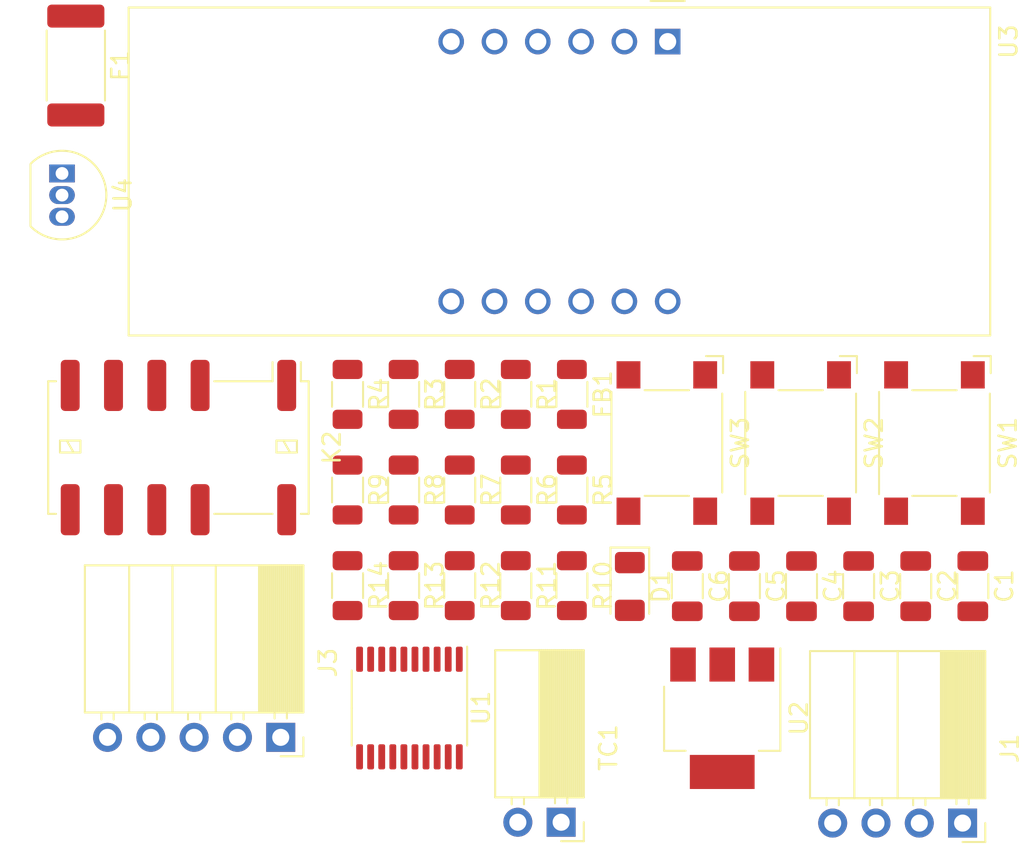
<source format=kicad_pcb>
(kicad_pcb (version 20221018) (generator pcbnew)
  (layers (0 "F.Cu" signal) (31 "B.Cu" signal) (34 "B.Paste" user) (35 "F.Paste" user) (36 "B.SilkS" user "B.Silkscreen") (37 "F.SilkS" user "F.Silkscreen") (38 "B.Mask" user) (39 "F.Mask" user) (44 "Edge.Cuts" user))
  (net 0 "")
  (net 1 "Net-(U2-VI)")
  (net 2 "GND")
  (net 3 "+3.3V")
  (net 4 "NRST")
  (net 5 "Net-(D1-A)")
  (net 6 "VCC")
  (net 7 "Net-(F1-Pad2)")
  (net 8 "SWIM")
  (net 9 "/SW1")
  (net 10 "/RX")
  (net 12 "/VAC")
  (net 13 "VAC+")
  (net 15 "DQ")
  (net 16 "Net-(R3-Pad2)")
  (net 17 "Net-(R4-Pad2)")
  (net 18 "Net-(R5-Pad1)")
  (net 19 "Net-(R6-Pad1)")
  (net 20 "A")
  (net 21 "a")
  (net 22 "B")
  (net 23 "b")
  (net 24 "C")
  (net 25 "c")
  (net 26 "D")
  (net 27 "d")
  (net 28 "E")
  (net 29 "e")
  (net 30 "F")
  (net 31 "f")
  (net 32 "G")
  (net 33 "g")
  (net 34 "DOT")
  (net 35 "dot")
  (net 36 "VAC-")
  (net 37 "PB_UP")
  (net 38 "PB_DOWN")
  (net 39 "S1")
  (net 40 "S2")
  (net 41 "S3")
  (net 42 "s3")
  (net 43 "s2")
  (net 44 "s1")
  (footprint "Resistor_SMD:R_1206_3216Metric" (layer "F.Cu") (at 80.54 60.81 -90)
    (fp_text reference "R1" (at 0 -1.82 90) (layer "F.SilkS"))
    (fp_text value "1K0")
    (fp_line (start -0.727064 -0.91) (end 0.727064 -0.91) (stroke (width 0.12)) (layer "F.SilkS"))
    (fp_line (start -0.727064 0.91) (end 0.727064 0.91) (stroke (width 0.12)) (layer "F.SilkS"))
    (pad "1" smd roundrect (at -1.4625 0 270) (size 1.125 1.75) (layers "F.Cu" "F.Paste" "F.Mask") (roundrect_rratio 0.222222) (net 5 "Net-(D1-A)"))
    (pad "2" smd roundrect (at 1.4625 0 270) (size 1.125 1.75) (layers "F.Cu" "F.Paste" "F.Mask") (roundrect_rratio 0.222222) (net 3 "+3.3V"))
  )
  (footprint "Resistor_SMD:R_1206_3216Metric" (layer "F.Cu") (at 70.67 72.03 -90)
    (fp_text reference "R14" (at 0 -1.82 90) (layer "F.SilkS"))
    (fp_text value "1k0")
    (fp_line (start -0.727064 -0.91) (end 0.727064 -0.91) (stroke (width 0.12)) (layer "F.SilkS"))
    (fp_line (start -0.727064 0.91) (end 0.727064 0.91) (stroke (width 0.12)) (layer "F.SilkS"))
    (pad "1" smd roundrect (at -1.4625 0 270) (size 1.125 1.75) (layers "F.Cu" "F.Paste" "F.Mask") (roundrect_rratio 0.222222) (net 34 "DOT"))
    (pad "2" smd roundrect (at 1.4625 0 270) (size 1.125 1.75) (layers "F.Cu" "F.Paste" "F.Mask") (roundrect_rratio 0.222222) (net 35 "dot"))
  )
  (footprint "Display_7Segment:CA56-12SRWA" (layer "F.Cu") (at 89.45 40.115 -90)
    (fp_text reference "U3" (at 0 -20 90) (layer "F.SilkS"))
    (fp_text value "CA56-12SRWA")
    (fp_line (start -2.38 -1) (end -2.38 1) (stroke (width 0.12)) (layer "F.SilkS"))
    (fp_line (start -2 -18.92) (end -2 31.62) (stroke (width 0.12)) (layer "F.SilkS"))
    (fp_line (start -2 -18.92) (end 17.24 -18.92) (stroke (width 0.12)) (layer "F.SilkS"))
    (fp_line (start -2 31.62) (end 17.24 31.62) (stroke (width 0.12)) (layer "F.SilkS"))
    (fp_line (start 17.24 31.62) (end 17.24 -18.92) (stroke (width 0.12)) (layer "F.SilkS"))
    (pad "1" thru_hole rect (at 0 0 270) (size 1.5 1.5) (drill 1) (layers "*.Cu" "*.Mask") (net 29 "e"))
    (pad "2" thru_hole circle (at 0 2.54 270) (size 1.5 1.5) (drill 1) (layers "*.Cu" "*.Mask") (net 27 "d"))
    (pad "3" thru_hole circle (at 0 5.08 270) (size 1.5 1.5) (drill 1) (layers "*.Cu" "*.Mask") (net 35 "dot"))
    (pad "4" thru_hole circle (at 0 7.62 270) (size 1.5 1.5) (drill 1) (layers "*.Cu" "*.Mask") (net 25 "c"))
    (pad "5" thru_hole circle (at 0 10.16 270) (size 1.5 1.5) (drill 1) (layers "*.Cu" "*.Mask") (net 33 "g"))
    (pad "6" thru_hole circle (at 0 12.7 270) (size 1.5 1.5) (drill 1) (layers "*.Cu" "*.Mask") (net 42 "s3"))
    (pad "7" thru_hole circle (at 15.24 12.7 270) (size 1.5 1.5) (drill 1) (layers "*.Cu" "*.Mask") (net 23 "b"))
    (pad "8" thru_hole circle (at 15.24 10.16 270) (size 1.5 1.5) (drill 1) (layers "*.Cu" "*.Mask") (net 43 "s2"))
    (pad "9" thru_hole circle (at 15.24 7.62 270) (size 1.5 1.5) (drill 1) (layers "*.Cu" "*.Mask") (net 44 "s1"))
    (pad "10" thru_hole circle (at 15.24 5.08 270) (size 1.5 1.5) (drill 1) (layers "*.Cu" "*.Mask") (net 31 "f"))
    (pad "11" thru_hole circle (at 15.24 2.54 270) (size 1.5 1.5) (drill 1) (layers "*.Cu" "*.Mask") (net 21 "a"))
    (pad "12" thru_hole circle (at 15.24 0 270) (size 1.5 1.5) (drill 1) (layers "*.Cu" "*.Mask"))
  )
  (footprint "Resistor_SMD:R_1206_3216Metric" (layer "F.Cu") (at 83.83 66.42 -90)
    (fp_text reference "R5" (at 0 -1.82 90) (layer "F.SilkS"))
    (fp_text value "10k0")
    (fp_line (start -0.727064 -0.91) (end 0.727064 -0.91) (stroke (width 0.12)) (layer "F.SilkS"))
    (fp_line (start -0.727064 0.91) (end 0.727064 0.91) (stroke (width 0.12)) (layer "F.SilkS"))
    (pad "1" smd roundrect (at -1.4625 0 270) (size 1.125 1.75) (layers "F.Cu" "F.Paste" "F.Mask") (roundrect_rratio 0.222222) (net 18 "Net-(R5-Pad1)"))
    (pad "2" smd roundrect (at 1.4625 0 270) (size 1.125 1.75) (layers "F.Cu" "F.Paste" "F.Mask") (roundrect_rratio 0.222222) (net 3 "+3.3V"))
  )
  (footprint "Package_TO_SOT_THT:TO-92_Inline" (layer "F.Cu") (at 53.92 47.85 -90)
    (fp_text reference "U4" (at 1.27 -3.56 90) (layer "F.SilkS"))
    (fp_text value "DS18B20")
    (fp_line (start -0.53 1.85) (end 3.07 1.85) (stroke (width 0.12)) (layer "F.SilkS"))
    (fp_arc (start -0.568478 1.838478) (mid -1.132087 -0.994977) (end 1.27 -2.6) (stroke (width 0.12)) (layer "F.SilkS"))
    (fp_arc (start 1.27 -2.6) (mid 3.672087 -0.994977) (end 3.108478 1.838478) (stroke (width 0.12)) (layer "F.SilkS"))
    (pad "1" thru_hole rect (at 0 0 270) (size 1.05 1.5) (drill 0.75) (layers "*.Cu" "*.Mask") (net 2 "GND"))
    (pad "2" thru_hole oval (at 1.27 0 270) (size 1.05 1.5) (drill 0.75) (layers "*.Cu" "*.Mask") (net 15 "DQ"))
    (pad "3" thru_hole oval (at 2.54 0 270) (size 1.05 1.5) (drill 0.75) (layers "*.Cu" "*.Mask") (net 6 "VCC"))
  )
  (footprint "Capacitor_SMD:C_1206_3216Metric" (layer "F.Cu") (at 97.3 72.06 -90)
    (fp_text reference "C4" (at 0 -1.85 90) (layer "F.SilkS"))
    (fp_text value "10nF")
    (fp_line (start -0.711252 -0.91) (end 0.711252 -0.91) (stroke (width 0.12)) (layer "F.SilkS"))
    (fp_line (start -0.711252 0.91) (end 0.711252 0.91) (stroke (width 0.12)) (layer "F.SilkS"))
    (pad "1" smd roundrect (at -1.475 0 270) (size 1.15 1.8) (layers "F.Cu" "F.Paste" "F.Mask") (roundrect_rratio 0.217391) (net 3 "+3.3V"))
    (pad "2" smd roundrect (at 1.475 0 270) (size 1.15 1.8) (layers "F.Cu" "F.Paste" "F.Mask") (roundrect_rratio 0.217391) (net 2 "GND"))
  )
  (footprint "Resistor_SMD:R_1206_3216Metric" (layer "F.Cu") (at 80.54 66.42 -90)
    (fp_text reference "R6" (at 0 -1.82 90) (layer "F.SilkS"))
    (fp_text value "1K0")
    (fp_line (start -0.727064 -0.91) (end 0.727064 -0.91) (stroke (width 0.12)) (layer "F.SilkS"))
    (fp_line (start -0.727064 0.91) (end 0.727064 0.91) (stroke (width 0.12)) (layer "F.SilkS"))
    (pad "1" smd roundrect (at -1.4625 0 270) (size 1.125 1.75) (layers "F.Cu" "F.Paste" "F.Mask") (roundrect_rratio 0.222222) (net 19 "Net-(R6-Pad1)"))
    (pad "2" smd roundrect (at 1.4625 0 270) (size 1.125 1.75) (layers "F.Cu" "F.Paste" "F.Mask") (roundrect_rratio 0.222222) (net 4 "NRST"))
  )
  (footprint "Resistor_SMD:R_1206_3216Metric" (layer "F.Cu") (at 83.83 60.81 -90)
    (fp_text reference "FB1" (at 0 -1.82 90) (layer "F.SilkS"))
    (fp_text value "100")
    (fp_line (start -0.727064 -0.91) (end 0.727064 -0.91) (stroke (width 0.12)) (layer "F.SilkS"))
    (fp_line (start -0.727064 0.91) (end 0.727064 0.91) (stroke (width 0.12)) (layer "F.SilkS"))
    (pad "1" smd roundrect (at -1.4625 0 270) (size 1.125 1.75) (layers "F.Cu" "F.Paste" "F.Mask") (roundrect_rratio 0.222222) (net 7 "Net-(F1-Pad2)"))
    (pad "2" smd roundrect (at 1.4625 0 270) (size 1.125 1.75) (layers "F.Cu" "F.Paste" "F.Mask") (roundrect_rratio 0.222222) (net 1 "Net-(U2-VI)"))
  )
  (footprint "Capacitor_SMD:C_1206_3216Metric" (layer "F.Cu") (at 93.95 72.06 -90)
    (fp_text reference "C5" (at 0 -1.85 90) (layer "F.SilkS"))
    (fp_text value "100nF")
    (fp_line (start -0.711252 -0.91) (end 0.711252 -0.91) (stroke (width 0.12)) (layer "F.SilkS"))
    (fp_line (start -0.711252 0.91) (end 0.711252 0.91) (stroke (width 0.12)) (layer "F.SilkS"))
    (pad "1" smd roundrect (at -1.475 0 270) (size 1.15 1.8) (layers "F.Cu" "F.Paste" "F.Mask") (roundrect_rratio 0.217391) (net 4 "NRST"))
    (pad "2" smd roundrect (at 1.475 0 270) (size 1.15 1.8) (layers "F.Cu" "F.Paste" "F.Mask") (roundrect_rratio 0.217391) (net 2 "GND"))
  )
  (footprint "Fuse:Fuse_2512_6332Metric" (layer "F.Cu") (at 54.73 41.52 -90)
    (fp_text reference "F1" (at 0 -2.62 90) (layer "F.SilkS"))
    (fp_text value "Polyfuse")
    (fp_line (start -2.052064 -1.71) (end 2.052064 -1.71) (stroke (width 0.12)) (layer "F.SilkS"))
    (fp_line (start -2.052064 1.71) (end 2.052064 1.71) (stroke (width 0.12)) (layer "F.SilkS"))
    (pad "1" smd roundrect (at -2.9 0 270) (size 1.35 3.35) (layers "F.Cu" "F.Paste" "F.Mask") (roundrect_rratio 0.185185) (net 6 "VCC"))
    (pad "2" smd roundrect (at 2.9 0 270) (size 1.35 3.35) (layers "F.Cu" "F.Paste" "F.Mask") (roundrect_rratio 0.185185) (net 7 "Net-(F1-Pad2)"))
  )
  (footprint "Resistor_SMD:R_1206_3216Metric" (layer "F.Cu") (at 70.67 66.42 -90)
    (fp_text reference "R9" (at 0 -1.82 90) (layer "F.SilkS"))
    (fp_text value "1k0")
    (fp_line (start -0.727064 -0.91) (end 0.727064 -0.91) (stroke (width 0.12)) (layer "F.SilkS"))
    (fp_line (start -0.727064 0.91) (end 0.727064 0.91) (stroke (width 0.12)) (layer "F.SilkS"))
    (pad "1" smd roundrect (at -1.4625 0 270) (size 1.125 1.75) (layers "F.Cu" "F.Paste" "F.Mask") (roundrect_rratio 0.222222) (net 24 "C"))
    (pad "2" smd roundrect (at 1.4625 0 270) (size 1.125 1.75) (layers "F.Cu" "F.Paste" "F.Mask") (roundrect_rratio 0.222222) (net 25 "c"))
  )
  (footprint "Connector_PinSocket_2.54mm:PinSocket_1x04_P2.54mm_Horizontal" (layer "F.Cu") (at 106.75 85.96 -90)
    (fp_text reference "J1" (at -4.38 -2.77 90) (layer "F.SilkS"))
    (fp_text value "SWIM_P")
    (fp_line (start -10.09 -1.33) (end -10.09 8.95) (stroke (width 0.12)) (layer "F.SilkS"))
    (fp_line (start -10.09 -1.33) (end -1.46 -1.33) (stroke (width 0.12)) (layer "F.SilkS"))
    (fp_line (start -10.09 -1.21) (end -1.46 -1.21) (stroke (width 0.12)) (layer "F.SilkS"))
    (fp_line (start -10.09 -1.091905) (end -1.46 -1.091905) (stroke (width 0.12)) (layer "F.SilkS"))
    (fp_line (start -10.09 -0.97381) (end -1.46 -0.97381) (stroke (width 0.12)) (layer "F.SilkS"))
    (fp_line (start -10.09 -0.855715) (end -1.46 -0.855715) (stroke (width 0.12)) (layer "F.SilkS"))
    (fp_line (start -10.09 -0.73762) (end -1.46 -0.73762) (stroke (width 0.12)) (layer "F.SilkS"))
    (fp_line (start -10.09 -0.619525) (end -1.46 -0.619525) (stroke (width 0.12)) (layer "F.SilkS"))
    (fp_line (start -10.09 -0.50143) (end -1.46 -0.50143) (stroke (width 0.12)) (layer "F.SilkS"))
    (fp_line (start -10.09 -0.383335) (end -1.46 -0.383335) (stroke (width 0.12)) (layer "F.SilkS"))
    (fp_line (start -10.09 -0.26524) (end -1.46 -0.26524) (stroke (width 0.12)) (layer "F.SilkS"))
    (fp_line (start -10.09 -0.147145) (end -1.46 -0.147145) (stroke (width 0.12)) (layer "F.SilkS"))
    (fp_line (start -10.09 -0.02905) (end -1.46 -0.02905) (stroke (width 0.12)) (layer "F.SilkS"))
    (fp_line (start -10.09 0.089045) (end -1.46 0.089045) (stroke (width 0.12)) (layer "F.SilkS"))
    (fp_line (start -10.09 0.20714) (end -1.46 0.20714) (stroke (width 0.12)) (layer "F.SilkS"))
    (fp_line (start -10.09 0.325235) (end -1.46 0.325235) (stroke (width 0.12)) (layer "F.SilkS"))
    (fp_line (start -10.09 0.44333) (end -1.46 0.44333) (stroke (width 0.12)) (layer "F.SilkS"))
    (fp_line (start -10.09 0.561425) (end -1.46 0.561425) (stroke (width 0.12)) (layer "F.SilkS"))
    (fp_line (start -10.09 0.67952) (end -1.46 0.67952) (stroke (width 0.12)) (layer "F.SilkS"))
    (fp_line (start -10.09 0.797615) (end -1.46 0.797615) (stroke (width 0.12)) (layer "F.SilkS"))
    (fp_line (start -10.09 0.91571) (end -1.46 0.91571) (stroke (width 0.12)) (layer "F.SilkS"))
    (fp_line (start -10.09 1.033805) (end -1.46 1.033805) (stroke (width 0.12)) (layer "F.SilkS"))
    (fp_line (start -10.09 1.1519) (end -1.46 1.1519) (stroke (width 0.12)) (layer "F.SilkS"))
    (fp_line (start -10.09 1.27) (end -1.46 1.27) (stroke (width 0.12)) (layer "F.SilkS"))
    (fp_line (start -10.09 3.81) (end -1.46 3.81) (stroke (width 0.12)) (layer "F.SilkS"))
    (fp_line (start -10.09 6.35) (end -1.46 6.35) (stroke (width 0.12)) (layer "F.SilkS"))
    (fp_line (start -10.09 8.95) (end -1.46 8.95) (stroke (width 0.12)) (layer "F.SilkS"))
    (fp_line (start -1.46 -1.33) (end -1.46 8.95) (stroke (width 0.12)) (layer "F.SilkS"))
    (fp_line (start -1.46 -0.36) (end -1.11 -0.36) (stroke (width 0.12)) (layer "F.SilkS"))
    (fp_line (start -1.46 0.36) (end -1.11 0.36) (stroke (width 0.12)) (layer "F.SilkS"))
    (fp_line (start -1.46 2.18) (end -1.05 2.18) (stroke (width 0.12)) (layer "F.SilkS"))
    (fp_line (start -1.46 2.9) (end -1.05 2.9) (stroke (width 0.12)) (layer "F.SilkS"))
    (fp_line (start -1.46 4.72) (end -1.05 4.72) (stroke (width 0.12)) (layer "F.SilkS"))
    (fp_line (start -1.46 5.44) (end -1.05 5.44) (stroke (width 0.12)) (layer "F.SilkS"))
    (fp_line (start -1.46 7.26) (end -1.05 7.26) (stroke (width 0.12)) (layer "F.SilkS"))
    (fp_line (start -1.46 7.98) (end -1.05 7.98) (stroke (width 0.12)) (layer "F.SilkS"))
    (fp_line (start 0 -1.33) (end 1.11 -1.33) (stroke (width 0.12)) (layer "F.SilkS"))
    (fp_line (start 1.11 -1.33) (end 1.11 0) (stroke (width 0.12)) (layer "F.SilkS"))
    (pad "1" thru_hole rect (at 0 0 270) (size 1.7 1.7) (drill 1) (layers "*.Cu" "*.Mask") (net 3 "+3.3V"))
    (pad "2" thru_hole oval (at 0 2.54 270) (size 1.7 1.7) (drill 1) (layers "*.Cu" "*.Mask") (net 8 "SWIM"))
    (pad "3" thru_hole oval (at 0 5.08 270) (size 1.7 1.7) (drill 1) (layers "*.Cu" "*.Mask") (net 4 "NRST"))
    (pad "4" thru_hole oval (at 0 7.62 270) (size 1.7 1.7) (drill 1) (layers "*.Cu" "*.Mask") (net 2 "GND"))
  )
  (footprint "Resistor_SMD:R_1206_3216Metric" (layer "F.Cu") (at 73.96 72.03 -90)
    (fp_text reference "R13" (at 0 -1.82 90) (layer "F.SilkS"))
    (fp_text value "1k0")
    (fp_line (start -0.727064 -0.91) (end 0.727064 -0.91) (stroke (width 0.12)) (layer "F.SilkS"))
    (fp_line (start -0.727064 0.91) (end 0.727064 0.91) (stroke (width 0.12)) (layer "F.SilkS"))
    (pad "1" smd roundrect (at -1.4625 0 270) (size 1.125 1.75) (layers "F.Cu" "F.Paste" "F.Mask") (roundrect_rratio 0.222222) (net 32 "G"))
    (pad "2" smd roundrect (at 1.4625 0 270) (size 1.125 1.75) (layers "F.Cu" "F.Paste" "F.Mask") (roundrect_rratio 0.222222) (net 33 "g"))
  )
  (footprint "Button_Switch_SMD:SW_SPST_Omron_B3FS-100xP" (layer "F.Cu") (at 105.1 63.665 -90)
    (fp_text reference "SW1" (at 0 -4.3 90) (layer "F.SilkS"))
    (fp_text value "RST")
    (fp_line (start -5.1 -3.3) (end -4.1 -3.3) (stroke (width 0.12)) (layer "F.SilkS"))
    (fp_line (start -5.1 -2.3) (end -5.1 -3.3) (stroke (width 0.12)) (layer "F.SilkS"))
    (fp_line (start -3.1 -1.3) (end -3.1 1.3) (stroke (width 0.12)) (layer "F.SilkS"))
    (fp_line (start 2.9 -3.25) (end -2.9 -3.25) (stroke (width 0.12)) (layer "F.SilkS"))
    (fp_line (start 3 3.25) (end -3 3.25) (stroke (width 0.12)) (layer "F.SilkS"))
    (fp_line (start 3.1 -1.3) (end 3.1 1.3) (stroke (width 0.12)) (layer "F.SilkS"))
    (pad "1" smd rect (at -4 -2.25 90) (size 1.6 1.4) (layers "F.Cu" "F.Paste" "F.Mask") (net 18 "Net-(R5-Pad1)"))
    (pad "1" smd rect (at 4 -2.25 90) (size 1.6 1.4) (layers "F.Cu" "F.Paste" "F.Mask") (net 18 "Net-(R5-Pad1)"))
    (pad "2" smd rect (at -4 2.25 90) (size 1.6 1.4) (layers "F.Cu" "F.Paste" "F.Mask") (net 19 "Net-(R6-Pad1)"))
    (pad "2" smd rect (at 4 2.25 90) (size 1.6 1.4) (layers "F.Cu" "F.Paste" "F.Mask") (net 19 "Net-(R6-Pad1)"))
  )
  (footprint "Package_TO_SOT_SMD:SOT-223-3_TabPin2" (layer "F.Cu") (at 92.65 79.81 -90)
    (fp_text reference "U2" (at 0 -4.5 90) (layer "F.SilkS"))
    (fp_text value "AMS1117-3.3")
    (fp_line (start -4.1 -3.41) (end 1.91 -3.41) (stroke (width 0.12)) (layer "F.SilkS"))
    (fp_line (start -1.85 3.41) (end 1.91 3.41) (stroke (width 0.12)) (layer "F.SilkS"))
    (fp_line (start 1.91 -3.41) (end 1.91 -2.15) (stroke (width 0.12)) (layer "F.SilkS"))
    (fp_line (start 1.91 3.41) (end 1.91 2.15) (stroke (width 0.12)) (layer "F.SilkS"))
    (pad "1" smd rect (at -3.15 -2.3 270) (size 2 1.5) (layers "F.Cu" "F.Paste" "F.Mask") (net 2 "GND"))
    (pad "2" smd rect (at -3.15 0 270) (size 2 1.5) (layers "F.Cu" "F.Paste" "F.Mask") (net 3 "+3.3V"))
    (pad "2" smd rect (at 3.15 0 270) (size 2 3.8) (layers "F.Cu" "F.Paste" "F.Mask") (net 3 "+3.3V"))
    (pad "3" smd rect (at -3.15 2.3 270) (size 2 1.5) (layers "F.Cu" "F.Paste" "F.Mask") (net 1 "Net-(U2-VI)"))
  )
  (footprint "Capacitor_SMD:C_1206_3216Metric" (layer "F.Cu") (at 100.65 72.06 -90)
    (fp_text reference "C3" (at 0 -1.85 90) (layer "F.SilkS"))
    (fp_text value "1uF")
    (fp_line (start -0.711252 -0.91) (end 0.711252 -0.91) (stroke (width 0.12)) (layer "F.SilkS"))
    (fp_line (start -0.711252 0.91) (end 0.711252 0.91) (stroke (width 0.12)) (layer "F.SilkS"))
    (pad "1" smd roundrect (at -1.475 0 270) (size 1.15 1.8) (layers "F.Cu" "F.Paste" "F.Mask") (roundrect_rratio 0.217391) (net 3 "+3.3V"))
    (pad "2" smd roundrect (at 1.475 0 270) (size 1.15 1.8) (layers "F.Cu" "F.Paste" "F.Mask") (roundrect_rratio 0.217391) (net 2 "GND"))
  )
  (footprint "Button_Switch_SMD:SW_SPST_Omron_B3FS-100xP" (layer "F.Cu") (at 97.25 63.665 -90)
    (fp_text reference "SW2" (at 0 -4.3 90) (layer "F.SilkS"))
    (fp_text value "UP")
    (fp_line (start -5.1 -3.3) (end -4.1 -3.3) (stroke (width 0.12)) (layer "F.SilkS"))
    (fp_line (start -5.1 -2.3) (end -5.1 -3.3) (stroke (width 0.12)) (layer "F.SilkS"))
    (fp_line (start -3.1 -1.3) (end -3.1 1.3) (stroke (width 0.12)) (layer "F.SilkS"))
    (fp_line (start 2.9 -3.25) (end -2.9 -3.25) (stroke (width 0.12)) (layer "F.SilkS"))
    (fp_line (start 3 3.25) (end -3 3.25) (stroke (width 0.12)) (layer "F.SilkS"))
    (fp_line (start 3.1 -1.3) (end 3.1 1.3) (stroke (width 0.12)) (layer "F.SilkS"))
    (pad "1" smd rect (at -4 -2.25 90) (size 1.6 1.4) (layers "F.Cu" "F.Paste" "F.Mask") (net 3 "+3.3V"))
    (pad "1" smd rect (at 4 -2.25 90) (size 1.6 1.4) (layers "F.Cu" "F.Paste" "F.Mask") (net 3 "+3.3V"))
    (pad "2" smd rect (at -4 2.25 90) (size 1.6 1.4) (layers "F.Cu" "F.Paste" "F.Mask") (net 16 "Net-(R3-Pad2)"))
    (pad "2" smd rect (at 4 2.25 90) (size 1.6 1.4) (layers "F.Cu" "F.Paste" "F.Mask") (net 16 "Net-(R3-Pad2)"))
  )
  (footprint "Resistor_SMD:R_1206_3216Metric" (layer "F.Cu") (at 77.25 72.03 -90)
    (fp_text reference "R12" (at 0 -1.82 90) (layer "F.SilkS"))
    (fp_text value "1k0")
    (fp_line (start -0.727064 -0.91) (end 0.727064 -0.91) (stroke (width 0.12)) (layer "F.SilkS"))
    (fp_line (start -0.727064 0.91) (end 0.727064 0.91) (stroke (width 0.12)) (layer "F.SilkS"))
    (pad "1" smd roundrect (at -1.4625 0 270) (size 1.125 1.75) (layers "F.Cu" "F.Paste" "F.Mask") (roundrect_rratio 0.222222) (net 30 "F"))
    (pad "2" smd roundrect (at 1.4625 0 270) (size 1.125 1.75) (layers "F.Cu" "F.Paste" "F.Mask") (roundrect_rratio 0.222222) (net 31 "f"))
  )
  (footprint "Relay_SMD:Relay_DPDT_Kemet_EE2_NU_DoubleCoil" (layer "F.Cu") (at 60.75 63.93 -90)
    (fp_text reference "K2" (at 0 -9 90) (layer "F.SilkS"))
    (fp_text value "EE2-3TNU")
    (fp_line (start -3.89 -7.64) (end -3.89 -7.18) (stroke (width 0.12)) (layer "F.SilkS"))
    (fp_line (start -3.89 -7.18) (end -5.01 -7.18) (stroke (width 0.12)) (layer "F.SilkS"))
    (fp_line (start -3.89 -5.52) (end -5.01 -5.52) (stroke (width 0.12)) (layer "F.SilkS"))
    (fp_line (start -3.89 -5.52) (end -3.89 -2.1) (stroke (width 0.12)) (layer "F.SilkS"))
    (fp_line (start -3.89 7.18) (end -3.89 7.64) (stroke (width 0.12)) (layer "F.SilkS"))
    (fp_line (start -0.41 -6.95) (end -0.41 -5.75) (stroke (width 0.12)) (layer "F.SilkS"))
    (fp_line (start -0.41 -6.15) (end 0.29 -6.55) (stroke (width 0.12)) (layer "F.SilkS"))
    (fp_line (start -0.41 -5.75) (end 0.29 -5.75) (stroke (width 0.12)) (layer "F.SilkS"))
    (fp_line (start -0.41 5.75) (end -0.41 6.95) (stroke (width 0.12)) (layer "F.SilkS"))
    (fp_line (start -0.41 6.55) (end 0.29 6.15) (stroke (width 0.12)) (layer "F.SilkS"))
    (fp_line (start -0.41 6.95) (end 0.29 6.95) (stroke (width 0.12)) (layer "F.SilkS"))
    (fp_line (start 0.29 -6.95) (end -0.41 -6.95) (stroke (width 0.12)) (layer "F.SilkS"))
    (fp_line (start 0.29 -5.75) (end 0.29 -6.95) (stroke (width 0.12)) (layer "F.SilkS"))
    (fp_line (start 0.29 5.75) (end -0.41 5.75) (stroke (width 0.12)) (layer "F.SilkS"))
    (fp_line (start 0.29 6.95) (end 0.29 5.75) (stroke (width 0.12)) (layer "F.SilkS"))
    (fp_line (start 3.89 -7.64) (end -3.89 -7.64) (stroke (width 0.12)) (layer "F.SilkS"))
    (fp_line (start 3.89 -7.64) (end 3.89 -7.18) (stroke (width 0.12)) (layer "F.SilkS"))
    (fp_line (start 3.89 -5.52) (end 3.89 -2.1) (stroke (width 0.12)) (layer "F.SilkS"))
    (fp_line (start 3.89 7.18) (end 3.89 7.64) (stroke (width 0.12)) (layer "F.SilkS"))
    (fp_line (start 3.89 7.64) (end -3.89 7.64) (stroke (width 0.12)) (layer "F.SilkS"))
    (pad "1" smd roundrect (at -3.645 -6.35 180) (size 1.11 3) (layers "F.Cu" "F.Paste" "F.Mask") (roundrect_rratio 0.225) (net 6 "VCC"))
    (pad "3" smd roundrect (at -3.645 -1.27 180) (size 1.11 3) (layers "F.Cu" "F.Paste" "F.Mask") (roundrect_rratio 0.225))
    (pad "4" smd roundrect (at -3.645 1.27 180) (size 1.11 3) (layers "F.Cu" "F.Paste" "F.Mask") (roundrect_rratio 0.225) (net 12 "/VAC"))
    (pad "5" smd roundrect (at -3.645 3.81 180) (size 1.11 3) (layers "F.Cu" "F.Paste" "F.Mask") (roundrect_rratio 0.225) (net 13 "VAC+"))
    (pad "6" smd roundrect (at -3.645 6.35 180) (size 1.11 3) (layers "F.Cu" "F.Paste" "F.Mask") (roundrect_rratio 0.225) (net 6 "VCC"))
    (pad "7" smd roundrect (at 3.645 6.35 180) (size 1.11 3) (layers "F.Cu" "F.Paste" "F.Mask") (roundrect_rratio 0.225) (net 9 "/SW1"))
    (pad "8" smd roundrect (at 3.645 3.81 180) (size 1.11 3) (layers "F.Cu" "F.Paste" "F.Mask") (roundrect_rratio 0.225) (net 13 "VAC+"))
    (pad "9" smd roundrect (at 3.645 1.27 180) (size 1.11 3) (layers "F.Cu" "F.Paste" "F.Mask") (roundrect_rratio 0.225) (net 12 "/VAC"))
    (pad "10" smd roundrect (at 3.645 -1.27 180) (size 1.11 3) (layers "F.Cu" "F.Paste" "F.Mask") (roundrect_rratio 0.225))
    (pad "12" smd roundrect (at 3.645 -6.35 180) (size 1.11 3) (layers "F.Cu" "F.Paste" "F.Mask") (roundrect_rratio 0.225) (net 10 "/RX"))
  )
  (footprint "Resistor_SMD:R_1206_3216Metric" (layer "F.Cu") (at 73.96 60.81 -90)
    (fp_text reference "R3" (at 0 -1.82 90) (layer "F.SilkS"))
    (fp_text value "1k0")
    (fp_line (start -0.727064 -0.91) (end 0.727064 -0.91) (stroke (width 0.12)) (layer "F.SilkS"))
    (fp_line (start -0.727064 0.91) (end 0.727064 0.91) (stroke (width 0.12)) (layer "F.SilkS"))
    (pad "1" smd roundrect (at -1.4625 0 270) (size 1.125 1.75) (layers "F.Cu" "F.Paste" "F.Mask") (roundrect_rratio 0.222222) (net 2 "GND"))
    (pad "2" smd roundrect (at 1.4625 0 270) (size 1.125 1.75) (layers "F.Cu" "F.Paste" "F.Mask") (roundrect_rratio 0.222222) (net 16 "Net-(R3-Pad2)"))
  )
  (footprint "Resistor_SMD:R_1206_3216Metric" (layer "F.Cu") (at 83.83 72.03 -90)
    (fp_text reference "R10" (at 0 -1.82 90) (layer "F.SilkS"))
    (fp_text value "1k0")
    (fp_line (start -0.727064 -0.91) (end 0.727064 -0.91) (stroke (width 0.12)) (layer "F.SilkS"))
    (fp_line (start -0.727064 0.91) (end 0.727064 0.91) (stroke (width 0.12)) (layer "F.SilkS"))
    (pad "1" smd roundrect (at -1.4625 0 270) (size 1.125 1.75) (layers "F.Cu" "F.Paste" "F.Mask") (roundrect_rratio 0.222222) (net 26 "D"))
    (pad "2" smd roundrect (at 1.4625 0 270) (size 1.125 1.75) (layers "F.Cu" "F.Paste" "F.Mask") (roundrect_rratio 0.222222) (net 27 "d"))
  )
  (footprint "Resistor_SMD:R_1206_3216Metric" (layer "F.Cu") (at 73.96 66.42 -90)
    (fp_text reference "R8" (at 0 -1.82 90) (layer "F.SilkS"))
    (fp_text value "1k0")
    (fp_line (start -0.727064 -0.91) (end 0.727064 -0.91) (stroke (width 0.12)) (layer "F.SilkS"))
    (fp_line (start -0.727064 0.91) (end 0.727064 0.91) (stroke (width 0.12)) (layer "F.SilkS"))
    (pad "1" smd roundrect (at -1.4625 0 270) (size 1.125 1.75) (layers "F.Cu" "F.Paste" "F.Mask") (roundrect_rratio 0.222222) (net 22 "B"))
    (pad "2" smd roundrect (at 1.4625 0 270) (size 1.125 1.75) (layers "F.Cu" "F.Paste" "F.Mask") (roundrect_rratio 0.222222) (net 23 "b"))
  )
  (footprint "Capacitor_SMD:C_1206_3216Metric" (layer "F.Cu") (at 104 72.06 -90)
    (fp_text reference "C2" (at 0 -1.85 90) (layer "F.SilkS"))
    (fp_text value "10uF")
    (fp_line (start -0.711252 -0.91) (end 0.711252 -0.91) (stroke (width 0.12)) (layer "F.SilkS"))
    (fp_line (start -0.711252 0.91) (end 0.711252 0.91) (stroke (width 0.12)) (layer "F.SilkS"))
    (pad "1" smd roundrect (at -1.475 0 270) (size 1.15 1.8) (layers "F.Cu" "F.Paste" "F.Mask") (roundrect_rratio 0.217391) (net 3 "+3.3V"))
    (pad "2" smd roundrect (at 1.475 0 270) (size 1.15 1.8) (layers "F.Cu" "F.Paste" "F.Mask") (roundrect_rratio 0.217391) (net 2 "GND"))
  )
  (footprint "Connector_PinSocket_2.54mm:PinSocket_1x02_P2.54mm_Horizontal" (layer "F.Cu") (at 83.2 85.91 -90)
    (fp_text reference "TC1" (at -4.38 -2.77 90) (layer "F.SilkS"))
    (fp_text value "Thermocouple")
    (fp_line (start -10.09 -1.33) (end -10.09 3.87) (stroke (width 0.12)) (layer "F.SilkS"))
    (fp_line (start -10.09 -1.33) (end -1.46 -1.33) (stroke (width 0.12)) (layer "F.SilkS"))
    (fp_line (start -10.09 -1.21) (end -1.46 -1.21) (stroke (width 0.12)) (layer "F.SilkS"))
    (fp_line (start -10.09 -1.091905) (end -1.46 -1.091905) (stroke (width 0.12)) (layer "F.SilkS"))
    (fp_line (start -10.09 -0.97381) (end -1.46 -0.97381) (stroke (width 0.12)) (layer "F.SilkS"))
    (fp_line (start -10.09 -0.855715) (end -1.46 -0.855715) (stroke (width 0.12)) (layer "F.SilkS"))
    (fp_line (start -10.09 -0.73762) (end -1.46 -0.73762) (stroke (width 0.12)) (layer "F.SilkS"))
    (fp_line (start -10.09 -0.619525) (end -1.46 -0.619525) (stroke (width 0.12)) (layer "F.SilkS"))
    (fp_line (start -10.09 -0.50143) (end -1.46 -0.50143) (stroke (width 0.12)) (layer "F.SilkS"))
    (fp_line (start -10.09 -0.383335) (end -1.46 -0.383335) (stroke (width 0.12)) (layer "F.SilkS"))
    (fp_line (start -10.09 -0.26524) (end -1.46 -0.26524) (stroke (width 0.12)) (layer "F.SilkS"))
    (fp_line (start -10.09 -0.147145) (end -1.46 -0.147145) (stroke (width 0.12)) (layer "F.SilkS"))
    (fp_line (start -10.09 -0.02905) (end -1.46 -0.02905) (stroke (width 0.12)) (layer "F.SilkS"))
    (fp_line (start -10.09 0.089045) (end -1.46 0.089045) (stroke (width 0.12)) (layer "F.SilkS"))
    (fp_line (start -10.09 0.20714) (end -1.46 0.20714) (stroke (width 0.12)) (layer "F.SilkS"))
    (fp_line (start -10.09 0.325235) (end -1.46 0.325235) (stroke (width 0.12)) (layer "F.SilkS"))
    (fp_line (start -10.09 0.44333) (end -1.46 0.44333) (stroke (width 0.12)) (layer "F.SilkS"))
    (fp_line (start -10.09 0.561425) (end -1.46 0.561425) (stroke (width 0.12)) (layer "F.SilkS"))
    (fp_line (start -10.09 0.67952) (end -1.46 0.67952) (stroke (width 0.12)) (layer "F.SilkS"))
    (fp_line (start -10.09 0.797615) (end -1.46 0.797615) (stroke (width 0.12)) (layer "F.SilkS"))
    (fp_line (start -10.09 0.91571) (end -1.46 0.91571) (stroke (width 0.12)) (layer "F.SilkS"))
    (fp_line (start -10.09 1.033805) (end -1.46 1.033805) (stroke (width 0.12)) (layer "F.SilkS"))
    (fp_line (start -10.09 1.1519) (end -1.46 1.1519) (stroke (width 0.12)) (layer "F.SilkS"))
    (fp_line (start -10.09 1.27) (end -1.46 1.27) (stroke (width 0.12)) (layer "F.SilkS"))
    (fp_line (start -10.09 3.87) (end -1.46 3.87) (stroke (width 0.12)) (layer "F.SilkS"))
    (fp_line (start -1.46 -1.33) (end -1.46 3.87) (stroke (width 0.12)) (layer "F.SilkS"))
    (fp_line (start -1.46 -0.36) (end -1.11 -0.36) (stroke (width 0.12)) (layer "F.SilkS"))
    (fp_line (start -1.46 0.36) (end -1.11 0.36) (stroke (width 0.12)) (layer "F.SilkS"))
    (fp_line (start -1.46 2.18) (end -1.05 2.18) (stroke (width 0.12)) (layer "F.SilkS"))
    (fp_line (start -1.46 2.9) (end -1.05 2.9) (stroke (width 0.12)) (layer "F.SilkS"))
    (fp_line (start 0 -1.33) (end 1.11 -1.33) (stroke (width 0.12)) (layer "F.SilkS"))
    (fp_line (start 1.11 -1.33) (end 1.11 0) (stroke (width 0.12)) (layer "F.SilkS"))
    (pad "1" thru_hole rect (at 0 0 270) (size 1.7 1.7) (drill 1) (layers "*.Cu" "*.Mask") (net 13 "VAC+"))
    (pad "2" thru_hole oval (at 0 2.54 270) (size 1.7 1.7) (drill 1) (layers "*.Cu" "*.Mask") (net 36 "VAC-"))
  )
  (footprint "LED_SMD:LED_1206_3216Metric" (layer "F.Cu") (at 87.23 72.08 -90)
    (fp_text reference "D1" (at 0 -1.82 90) (layer "F.SilkS"))
    (fp_text value "RED")
    (fp_line (start -2.285 -1.135) (end -2.285 1.135) (stroke (width 0.12)) (layer "F.SilkS"))
    (fp_line (start -2.285 1.135) (end 1.6 1.135) (stroke (width 0.12)) (layer "F.SilkS"))
    (fp_line (start 1.6 -1.135) (end -2.285 -1.135) (stroke (width 0.12)) (layer "F.SilkS"))
    (pad "1" smd roundrect (at -1.4 0 270) (size 1.25 1.75) (layers "F.Cu" "F.Paste" "F.Mask") (roundrect_rratio 0.2) (net 2 "GND"))
    (pad "2" smd roundrect (at 1.4 0 270) (size 1.25 1.75) (layers "F.Cu" "F.Paste" "F.Mask") (roundrect_rratio 0.2) (net 5 "Net-(D1-A)"))
  )
  (footprint "Resistor_SMD:R_1206_3216Metric" (layer "F.Cu") (at 77.25 60.81 -90)
    (fp_text reference "R2" (at 0 -1.82 90) (layer "F.SilkS"))
    (fp_text value "1k2")
    (fp_line (start -0.727064 -0.91) (end 0.727064 -0.91) (stroke (width 0.12)) (layer "F.SilkS"))
    (fp_line (start -0.727064 0.91) (end 0.727064 0.91) (stroke (width 0.12)) (layer "F.SilkS"))
    (pad "1" smd roundrect (at -1.4625 0 270) (size 1.125 1.75) (layers "F.Cu" "F.Paste" "F.Mask") (roundrect_rratio 0.222222) (net 6 "VCC"))
    (pad "2" smd roundrect (at 1.4625 0 270) (size 1.125 1.75) (layers "F.Cu" "F.Paste" "F.Mask") (roundrect_rratio 0.222222) (net 15 "DQ"))
  )
  (footprint "Resistor_SMD:R_1206_3216Metric" (layer "F.Cu") (at 70.67 60.81 -90)
    (fp_text reference "R4" (at 0 -1.82 90) (layer "F.SilkS"))
    (fp_text value "1k0")
    (fp_line (start -0.727064 -0.91) (end 0.727064 -0.91) (stroke (width 0.12)) (layer "F.SilkS"))
    (fp_line (start -0.727064 0.91) (end 0.727064 0.91) (stroke (width 0.12)) (layer "F.SilkS"))
    (pad "1" smd roundrect (at -1.4625 0 270) (size 1.125 1.75) (layers "F.Cu" "F.Paste" "F.Mask") (roundrect_rratio 0.222222) (net 2 "GND"))
    (pad "2" smd roundrect (at 1.4625 0 270) (size 1.125 1.75) (layers "F.Cu" "F.Paste" "F.Mask") (roundrect_rratio 0.222222) (net 17 "Net-(R4-Pad2)"))
  )
  (footprint "Button_Switch_SMD:SW_SPST_Omron_B3FS-100xP" (layer "F.Cu") (at 89.4 63.665 -90)
    (fp_text reference "SW3" (at 0 -4.3 90) (layer "F.SilkS"))
    (fp_text value "DOWN")
    (fp_line (start -5.1 -3.3) (end -4.1 -3.3) (stroke (width 0.12)) (layer "F.SilkS"))
    (fp_line (start -5.1 -2.3) (end -5.1 -3.3) (stroke (width 0.12)) (layer "F.SilkS"))
    (fp_line (start -3.1 -1.3) (end -3.1 1.3) (stroke (width 0.12)) (layer "F.SilkS"))
    (fp_line (start 2.9 -3.25) (end -2.9 -3.25) (stroke (width 0.12)) (layer "F.SilkS"))
    (fp_line (start 3 3.25) (end -3 3.25) (stroke (width 0.12)) (layer "F.SilkS"))
    (fp_line (start 3.1 -1.3) (end 3.1 1.3) (stroke (width 0.12)) (layer "F.SilkS"))
    (pad "1" smd rect (at -4 -2.25 90) (size 1.6 1.4) (layers "F.Cu" "F.Paste" "F.Mask") (net 3 "+3.3V"))
    (pad "1" smd rect (at 4 -2.25 90) (size 1.6 1.4) (layers "F.Cu" "F.Paste" "F.Mask") (net 3 "+3.3V"))
    (pad "2" smd rect (at -4 2.25 90) (size 1.6 1.4) (layers "F.Cu" "F.Paste" "F.Mask") (net 17 "Net-(R4-Pad2)"))
    (pad "2" smd rect (at 4 2.25 90) (size 1.6 1.4) (layers "F.Cu" "F.Paste" "F.Mask") (net 17 "Net-(R4-Pad2)"))
  )
  (footprint "Capacitor_SMD:C_1206_3216Metric" (layer "F.Cu") (at 107.35 72.06 -90)
    (fp_text reference "C1" (at 0 -1.85 90) (layer "F.SilkS"))
    (fp_text value "10uF")
    (fp_line (start -0.711252 -0.91) (end 0.711252 -0.91) (stroke (width 0.12)) (layer "F.SilkS"))
    (fp_line (start -0.711252 0.91) (end 0.711252 0.91) (stroke (width 0.12)) (layer "F.SilkS"))
    (pad "1" smd roundrect (at -1.475 0 270) (size 1.15 1.8) (layers "F.Cu" "F.Paste" "F.Mask") (roundrect_rratio 0.217391) (net 1 "Net-(U2-VI)"))
    (pad "2" smd roundrect (at 1.475 0 270) (size 1.15 1.8) (layers "F.Cu" "F.Paste" "F.Mask") (roundrect_rratio 0.217391) (net 2 "GND"))
  )
  (footprint "Capacitor_SMD:C_1206_3216Metric" (layer "F.Cu") (at 90.6 72.06 -90)
    (fp_text reference "C6" (at 0 -1.85 90) (layer "F.SilkS"))
    (fp_text value "100nF")
    (fp_line (start -0.711252 -0.91) (end 0.711252 -0.91) (stroke (width 0.12)) (layer "F.SilkS"))
    (fp_line (start -0.711252 0.91) (end 0.711252 0.91) (stroke (width 0.12)) (layer "F.SilkS"))
    (pad "1" smd roundrect (at -1.475 0 270) (size 1.15 1.8) (layers "F.Cu" "F.Paste" "F.Mask") (roundrect_rratio 0.217391) (net 3 "+3.3V"))
    (pad "2" smd roundrect (at 1.475 0 270) (size 1.15 1.8) (layers "F.Cu" "F.Paste" "F.Mask") (roundrect_rratio 0.217391) (net 2 "GND"))
  )
  (footprint "Package_SO:TSSOP-20_4.4x6.5mm_P0.65mm" (layer "F.Cu") (at 74.3 79.21 -90)
    (fp_text reference "U1" (at 0 -4.2 90) (layer "F.SilkS"))
    (fp_text value "STM8L051F3P")
    (fp_line (start 0 -3.385) (end -3.6 -3.385) (stroke (width 0.12)) (layer "F.SilkS"))
    (fp_line (start 0 -3.385) (end 2.2 -3.385) (stroke (width 0.12)) (layer "F.SilkS"))
    (fp_line (start 0 3.385) (end -2.2 3.385) (stroke (width 0.12)) (layer "F.SilkS"))
    (fp_line (start 0 3.385) (end 2.2 3.385) (stroke (width 0.12)) (layer "F.SilkS"))
    (pad "1" smd roundrect (at -2.8625 -2.925 270) (size 1.475 0.4) (layers "F.Cu" "F.Paste" "F.Mask") (net 37 "PB_UP"))
    (pad "2" smd roundrect (at -2.8625 -2.275 270) (size 1.475 0.4) (layers "F.Cu" "F.Paste" "F.Mask") (net 38 "PB_DOWN"))
    (pad "3" smd roundrect (at -2.8625 -1.625 270) (size 1.475 0.4) (layers "F.Cu" "F.Paste" "F.Mask") (net 8 "SWIM"))
    (pad "4" smd roundrect (at -2.8625 -0.975 270) (size 1.475 0.4) (layers "F.Cu" "F.Paste" "F.Mask") (net 4 "NRST"))
    (pad "5" smd roundrect (at -2.8625 -0.325 270) (size 1.475 0.4) (layers "F.Cu" "F.Paste" "F.Mask") (net 9 "/SW1"))
    (pad "6" smd roundrect (at -2.8625 0.325 270) (size 1.475 0.4) (layers "F.Cu" "F.Paste" "F.Mask") (net 10 "/RX"))
    (pad "7" smd roundrect (at -2.8625 0.975 270) (size 1.475 0.4) (layers "F.Cu" "F.Paste" "F.Mask") (net 2 "GND"))
    (pad "8" smd roundrect (at -2.8625 1.625 270) (size 1.475 0.4) (layers "F.Cu" "F.Paste" "F.Mask") (net 3 "+3.3V"))
    (pad "9" smd roundrect (at -2.8625 2.275 270) (size 1.475 0.4) (layers "F.Cu" "F.Paste" "F.Mask") (net 15 "DQ"))
    (pad "10" smd roundrect (at -2.8625 2.925 270) (size 1.475 0.4) (layers "F.Cu" "F.Paste" "F.Mask") (net 20 "A"))
    (pad "11" smd roundrect (at 2.8625 2.925 270) (size 1.475 0.4) (layers "F.Cu" "F.Paste" "F.Mask") (net 22 "B"))
    (pad "12" smd roundrect (at 2.8625 2.275 270) (size 1.475 0.4) (layers "F.Cu" "F.Paste" "F.Mask") (net 24 "C"))
    (pad "13" smd roundrect (at 2.8625 1.625 270) (size 1.475 0.4) (layers "F.Cu" "F.Paste" "F.Mask") (net 26 "D"))
    (pad "14" smd roundrect (at 2.8625 0.975 270) (size 1.475 0.4) (layers "F.Cu" "F.Paste" "F.Mask") (net 28 "E"))
    (pad "15" smd roundrect (at 2.8625 0.325 270) (size 1.475 0.4) (layers "F.Cu" "F.Paste" "F.Mask") (net 30 "F"))
    (pad "16" smd roundrect (at 2.8625 -0.325 270) (size 1.475 0.4) (layers "F.Cu" "F.Paste" "F.Mask") (net 32 "G"))
    (pad "17" smd roundrect (at 2.8625 -0.975 270) (size 1.475 0.4) (layers "F.Cu" "F.Paste" "F.Mask") (net 34 "DOT"))
    (pad "18" smd roundrect (at 2.8625 -1.625 270) (size 1.475 0.4) (layers "F.Cu" "F.Paste" "F.Mask") (net 39 "S1"))
    (pad "19" smd roundrect (at 2.8625 -2.275 270) (size 1.475 0.4) (layers "F.Cu" "F.Paste" "F.Mask") (net 40 "S2"))
    (pad "20" smd roundrect (at 2.8625 -2.925 270) (size 1.475 0.4) (layers "F.Cu" "F.Paste" "F.Mask") (net 41 "S3"))
  )
  (footprint "Resistor_SMD:R_1206_3216Metric" (layer "F.Cu") (at 80.54 72.03 -90)
    (fp_text reference "R11" (at 0 -1.82 90) (layer "F.SilkS"))
    (fp_text value "1k0")
    (fp_line (start -0.727064 -0.91) (end 0.727064 -0.91) (stroke (width 0.12)) (layer "F.SilkS"))
    (fp_line (start -0.727064 0.91) (end 0.727064 0.91) (stroke (width 0.12)) (layer "F.SilkS"))
    (pad "1" smd roundrect (at -1.4625 0 270) (size 1.125 1.75) (layers "F.Cu" "F.Paste" "F.Mask") (roundrect_rratio 0.222222) (net 28 "E"))
    (pad "2" smd roundrect (at 1.4625 0 270) (size 1.125 1.75) (layers "F.Cu" "F.Paste" "F.Mask") (roundrect_rratio 0.222222) (net 29 "e"))
  )
  (footprint "Connector_PinSocket_2.54mm:PinSocket_1x05_P2.54mm_Horizontal" (layer "F.Cu") (at 66.75 80.93 -90)
    (fp_text reference "J3" (at -4.38 -2.77 90) (layer "F.SilkS"))
    (fp_text value "UART")
    (fp_line (start -10.09 -1.33) (end -10.09 11.49) (stroke (width 0.12)) (layer "F.SilkS"))
    (fp_line (start -10.09 -1.33) (end -1.46 -1.33) (stroke (width 0.12)) (layer "F.SilkS"))
    (fp_line (start -10.09 -1.21) (end -1.46 -1.21) (stroke (width 0.12)) (layer "F.SilkS"))
    (fp_line (start -10.09 -1.091905) (end -1.46 -1.091905) (stroke (width 0.12)) (layer "F.SilkS"))
    (fp_line (start -10.09 -0.97381) (end -1.46 -0.97381) (stroke (width 0.12)) (layer "F.SilkS"))
    (fp_line (start -10.09 -0.855715) (end -1.46 -0.855715) (stroke (width 0.12)) (layer "F.SilkS"))
    (fp_line (start -10.09 -0.73762) (end -1.46 -0.73762) (stroke (width 0.12)) (layer "F.SilkS"))
    (fp_line (start -10.09 -0.619525) (end -1.46 -0.619525) (stroke (width 0.12)) (layer "F.SilkS"))
    (fp_line (start -10.09 -0.50143) (end -1.46 -0.50143) (stroke (width 0.12)) (layer "F.SilkS"))
    (fp_line (start -10.09 -0.383335) (end -1.46 -0.383335) (stroke (width 0.12)) (layer "F.SilkS"))
    (fp_line (start -10.09 -0.26524) (end -1.46 -0.26524) (stroke (width 0.12)) (layer "F.SilkS"))
    (fp_line (start -10.09 -0.147145) (end -1.46 -0.147145) (stroke (width 0.12)) (layer "F.SilkS"))
    (fp_line (start -10.09 -0.02905) (end -1.46 -0.02905) (stroke (width 0.12)) (layer "F.SilkS"))
    (fp_line (start -10.09 0.089045) (end -1.46 0.089045) (stroke (width 0.12)) (layer "F.SilkS"))
    (fp_line (start -10.09 0.20714) (end -1.46 0.20714) (stroke (width 0.12)) (layer "F.SilkS"))
    (fp_line (start -10.09 0.325235) (end -1.46 0.325235) (stroke (width 0.12)) (layer "F.SilkS"))
    (fp_line (start -10.09 0.44333) (end -1.46 0.44333) (stroke (width 0.12)) (layer "F.SilkS"))
    (fp_line (start -10.09 0.561425) (end -1.46 0.561425) (stroke (width 0.12)) (layer "F.SilkS"))
    (fp_line (start -10.09 0.67952) (end -1.46 0.67952) (stroke (width 0.12)) (layer "F.SilkS"))
    (fp_line (start -10.09 0.797615) (end -1.46 0.797615) (stroke (width 0.12)) (layer "F.SilkS"))
    (fp_line (start -10.09 0.91571) (end -1.46 0.91571) (stroke (width 0.12)) (layer "F.SilkS"))
    (fp_line (start -10.09 1.033805) (end -1.46 1.033805) (stroke (width 0.12)) (layer "F.SilkS"))
    (fp_line (start -10.09 1.1519) (end -1.46 1.1519) (stroke (width 0.12)) (layer "F.SilkS"))
    (fp_line (start -10.09 1.27) (end -1.46 1.27) (stroke (width 0.12)) (layer "F.SilkS"))
    (fp_line (start -10.09 3.81) (end -1.46 3.81) (stroke (width 0.12)) (layer "F.SilkS"))
    (fp_line (start -10.09 6.35) (end -1.46 6.35) (stroke (width 0.12)) (layer "F.SilkS"))
    (fp_line (start -10.09 8.89) (end -1.46 8.89) (stroke (width 0.12)) (layer "F.SilkS"))
    (fp_line (start -10.09 11.49) (end -1.46 11.49) (stroke (width 0.12)) (layer "F.SilkS"))
    (fp_line (start -1.46 -1.33) (end -1.46 11.49) (stroke (width 0.12)) (layer "F.SilkS"))
    (fp_line (start -1.46 -0.36) (end -1.11 -0.36) (stroke (width 0.12)) (layer "F.SilkS"))
    (fp_line (start -1.46 0.36) (end -1.11 0.36) (stroke (width 0.12)) (layer "F.SilkS"))
    (fp_line (start -1.46 2.18) (end -1.05 2.18) (stroke (width 0.12)) (layer "F.SilkS"))
    (fp_line (start -1.46 2.9) (end -1.05 2.9) (stroke (width 0.12)) (layer "F.SilkS"))
    (fp_line (start -1.46 4.72) (end -1.05 4.72) (stroke (width 0.12)) (layer "F.SilkS"))
    (fp_line (start -1.46 5.44) (end -1.05 5.44) (stroke (width 0.12)) (layer "F.SilkS"))
    (fp_line (start -1.46 7.26) (end -1.05 7.26) (stroke (width 0.12)) (layer "F.SilkS"))
    (fp_line (start -1.46 7.98) (end -1.05 7.98) (stroke (width 0.12)) (layer "F.SilkS"))
    (fp_line (start -1.46 9.8) (end -1.05 9.8) (stroke (width 0.12)) (layer "F.SilkS"))
    (fp_line (start -1.46 10.52) (end -1.05 10.52) (stroke (width 0.12)) (layer "F.SilkS"))
    (fp_line (start 0 -1.33) (end 1.11 -1.33) (stroke (width 0.12)) (layer "F.SilkS"))
    (fp_line (start 1.11 -1.33) (end 1.11 0) (stroke (width 0.12)) (layer "F.SilkS"))
    (pad "1" thru_hole rect (at 0 0 270) (size 1.7 1.7) (drill 1) (layers "*.Cu" "*.Mask") (net 3 "+3.3V"))
    (pad "2" thru_hole oval (at 0 2.54 270) (size 1.7 1.7) (drill 1) (layers "*.Cu" "*.Mask") (net 4 "NRST"))
    (pad "3" thru_hole oval (at 0 5.08 270) (size 1.7 1.7) (drill 1) (layers "*.Cu" "*.Mask") (net 9 "/SW1"))
    (pad "4" thru_hole oval (at 0 7.62 270) (size 1.7 1.7) (drill 1) (layers "*.Cu" "*.Mask") (net 10 "/RX"))
    (pad "5" thru_hole oval (at 0 10.16 270) (size 1.7 1.7) (drill 1) (layers "*.Cu" "*.Mask") (net 2 "GND"))
  )
  (footprint "Resistor_SMD:R_1206_3216Metric" (layer "F.Cu") (at 77.25 66.42 -90)
    (fp_text reference "R7" (at 0 -1.82 90) (layer "F.SilkS"))
    (fp_text value "1k0")
    (fp_line (start -0.727064 -0.91) (end 0.727064 -0.91) (stroke (width 0.12)) (layer "F.SilkS"))
    (fp_line (start -0.727064 0.91) (end 0.727064 0.91) (stroke (width 0.12)) (layer "F.SilkS"))
    (pad "1" smd roundrect (at -1.4625 0 270) (size 1.125 1.75) (layers "F.Cu" "F.Paste" "F.Mask") (roundrect_rratio 0.222222) (net 20 "A"))
    (pad "2" smd roundrect (at 1.4625 0 270) (size 1.125 1.75) (layers "F.Cu" "F.Paste" "F.Mask") (roundrect_rratio 0.222222) (net 21 "a"))
  )
)
</source>
